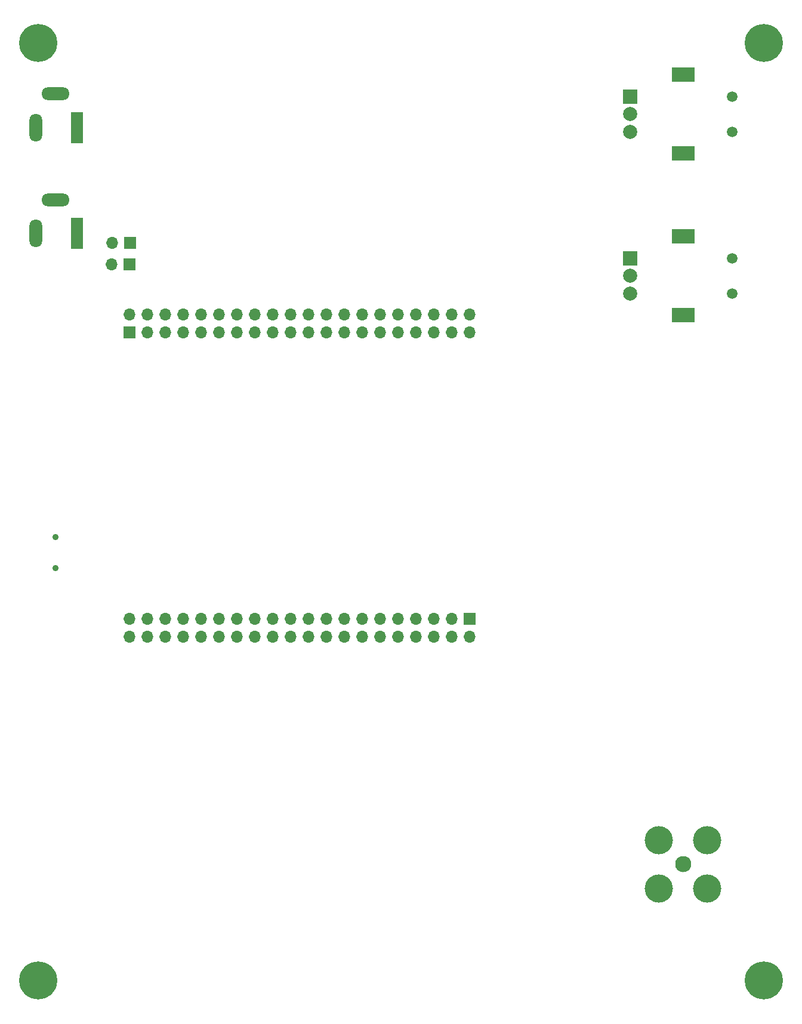
<source format=gbs>
%TF.GenerationSoftware,KiCad,Pcbnew,5.1.10-88a1d61d58~90~ubuntu20.04.1*%
%TF.CreationDate,2021-11-03T15:51:46-04:00*%
%TF.ProjectId,de0_nano_breakout,6465305f-6e61-46e6-9f5f-627265616b6f,rev?*%
%TF.SameCoordinates,Original*%
%TF.FileFunction,Soldermask,Bot*%
%TF.FilePolarity,Negative*%
%FSLAX46Y46*%
G04 Gerber Fmt 4.6, Leading zero omitted, Abs format (unit mm)*
G04 Created by KiCad (PCBNEW 5.1.10-88a1d61d58~90~ubuntu20.04.1) date 2021-11-03 15:51:46*
%MOMM*%
%LPD*%
G01*
G04 APERTURE LIST*
%ADD10O,1.700000X1.700000*%
%ADD11R,1.700000X1.700000*%
%ADD12R,2.000000X2.000000*%
%ADD13C,2.000000*%
%ADD14R,3.200000X2.000000*%
%ADD15C,1.500000*%
%ADD16C,4.000000*%
%ADD17C,2.300000*%
%ADD18R,1.800000X4.400000*%
%ADD19O,1.800000X4.000000*%
%ADD20O,4.000000X1.800000*%
%ADD21C,0.900000*%
%ADD22C,5.400000*%
G04 APERTURE END LIST*
D10*
%TO.C,U4*%
X104600000Y-125140000D03*
X66500000Y-125140000D03*
X71580000Y-125140000D03*
X91900000Y-127680000D03*
X69040000Y-127680000D03*
D11*
X114760000Y-125140000D03*
D10*
X114760000Y-127680000D03*
X107140000Y-127680000D03*
X112220000Y-125140000D03*
X112220000Y-127680000D03*
X84280000Y-127680000D03*
X94440000Y-127680000D03*
X94440000Y-125140000D03*
X86820000Y-125140000D03*
X76660000Y-127680000D03*
X91900000Y-125140000D03*
X69040000Y-125140000D03*
X109680000Y-125140000D03*
X84280000Y-125140000D03*
X102060000Y-127680000D03*
X74120000Y-127680000D03*
X74120000Y-125140000D03*
X71580000Y-127680000D03*
X102060000Y-125140000D03*
X81740000Y-125140000D03*
X96980000Y-125140000D03*
X107140000Y-125140000D03*
X96980000Y-127680000D03*
X86820000Y-127680000D03*
X76660000Y-125140000D03*
X79200000Y-125140000D03*
X89360000Y-125140000D03*
X99520000Y-125140000D03*
X89360000Y-127680000D03*
X99520000Y-127680000D03*
X66500000Y-127680000D03*
X109680000Y-127680000D03*
X81740000Y-127680000D03*
X104600000Y-127680000D03*
X79200000Y-127680000D03*
X71580000Y-81960000D03*
X81740000Y-81960000D03*
X96980000Y-84500000D03*
X96980000Y-81960000D03*
X114760000Y-84500000D03*
X114760000Y-81960000D03*
X76660000Y-81960000D03*
X86820000Y-84500000D03*
X86820000Y-81960000D03*
X102060000Y-84500000D03*
X102060000Y-81960000D03*
X89360000Y-84500000D03*
X89360000Y-81960000D03*
X81740000Y-84500000D03*
X107140000Y-84500000D03*
X107140000Y-81960000D03*
X99520000Y-84500000D03*
X99520000Y-81960000D03*
X112220000Y-84500000D03*
X112220000Y-81960000D03*
X91900000Y-84500000D03*
X91900000Y-81960000D03*
X104600000Y-84500000D03*
X104600000Y-81960000D03*
X94440000Y-84500000D03*
X94440000Y-81960000D03*
X84280000Y-84500000D03*
X79200000Y-81960000D03*
X84280000Y-81960000D03*
X79200000Y-84500000D03*
X76660000Y-84500000D03*
X74120000Y-84500000D03*
X71580000Y-84500000D03*
X109680000Y-84500000D03*
X109680000Y-81960000D03*
X69040000Y-81960000D03*
X69040000Y-84500000D03*
X74120000Y-81960000D03*
X66500000Y-81960000D03*
D11*
X66500000Y-84500000D03*
%TD*%
D12*
%TO.C,SW6*%
X137500000Y-51050000D03*
D13*
X137500000Y-53550000D03*
X137500000Y-56050000D03*
D14*
X145000000Y-47950000D03*
X145000000Y-59150000D03*
D15*
X152000000Y-51050000D03*
X152000000Y-56050000D03*
%TD*%
D12*
%TO.C,SW2*%
X137500000Y-74000000D03*
D13*
X137500000Y-76500000D03*
X137500000Y-79000000D03*
D14*
X145000000Y-70900000D03*
X145000000Y-82100000D03*
D15*
X152000000Y-74000000D03*
X152000000Y-79000000D03*
%TD*%
D16*
%TO.C,J6*%
X148450000Y-163450000D03*
X141550000Y-163450000D03*
X141550000Y-156550000D03*
X148450000Y-156550000D03*
D17*
X145000000Y-160000000D03*
%TD*%
D10*
%TO.C,J5*%
X63960000Y-74900000D03*
D11*
X66500000Y-74900000D03*
%TD*%
D10*
%TO.C,J4*%
X64010000Y-71850000D03*
D11*
X66550000Y-71850000D03*
%TD*%
D18*
%TO.C,J3*%
X59000000Y-70500000D03*
D19*
X53200000Y-70500000D03*
D20*
X56000000Y-65700000D03*
%TD*%
D18*
%TO.C,J2*%
X59000000Y-55500000D03*
D19*
X53200000Y-55500000D03*
D20*
X56000000Y-50700000D03*
%TD*%
D21*
%TO.C,J1*%
X56000000Y-118000000D03*
X56000000Y-113600000D03*
%TD*%
D22*
%TO.C,H4*%
X53500000Y-176500000D03*
%TD*%
%TO.C,H3*%
X156500000Y-176500000D03*
%TD*%
%TO.C,H2*%
X156500000Y-43500000D03*
%TD*%
%TO.C,H1*%
X53500000Y-43500000D03*
%TD*%
M02*

</source>
